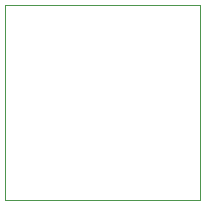
<source format=gbr>
%TF.GenerationSoftware,KiCad,Pcbnew,8.0.5*%
%TF.CreationDate,2025-10-26T06:15:10+01:00*%
%TF.ProjectId,FRTC8563S,46525443-3835-4363-9353-2e6b69636164,rev?*%
%TF.SameCoordinates,Original*%
%TF.FileFunction,Profile,NP*%
%FSLAX46Y46*%
G04 Gerber Fmt 4.6, Leading zero omitted, Abs format (unit mm)*
G04 Created by KiCad (PCBNEW 8.0.5) date 2025-10-26 06:15:10*
%MOMM*%
%LPD*%
G01*
G04 APERTURE LIST*
%TA.AperFunction,Profile*%
%ADD10C,0.050000*%
%TD*%
G04 APERTURE END LIST*
D10*
X140000000Y-43500000D02*
X156500000Y-43500000D01*
X156500000Y-60000000D01*
X140000000Y-60000000D01*
X140000000Y-43500000D01*
M02*

</source>
